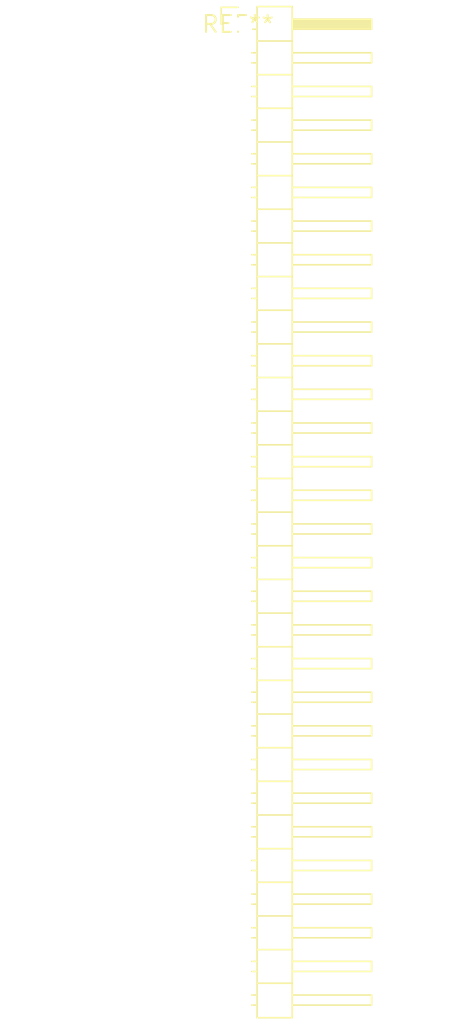
<source format=kicad_pcb>
(kicad_pcb (version 20240108) (generator pcbnew)
  (layers (0 "F.Cu" signal) (31 "B.Cu" signal) (34 "B.Paste" user) (35 "F.Paste" user) (36 "B.SilkS" user "B.Silkscreen") (37 "F.SilkS" user "F.Silkscreen") (38 "B.Mask" user) (39 "F.Mask" user) (44 "Edge.Cuts" user))
  (net 0 "")
  (footprint "PinHeader_1x30_P2.54mm_Horizontal" (layer "F.Cu") (at 0 0)
    (property "Reference" "REF**")
    (property "Value" "PinHeader_1x30_P2.54mm_Horizontal")
    (fp_line (start -1.27 -1.27) (end 0 -1.27) (layer "F.SilkS") (stroke (width 0.12)))
    (fp_line (start -1.27 0) (end -1.27 -1.27) (layer "F.SilkS") (stroke (width 0.12)))
    (fp_line (start 1.042929 2.16) (end 1.44 2.16) (layer "F.SilkS") (stroke (width 0.12)))
    (fp_line (start 1.042929 2.92) (end 1.44 2.92) (layer "F.SilkS") (stroke (width 0.12)))
    (fp_line (start 1.042929 4.7) (end 1.44 4.7) (layer "F.SilkS") (stroke (width 0.12)))
    (fp_line (start 1.042929 5.46) (end 1.44 5.46) (layer "F.SilkS") (stroke (width 0.12)))
    (fp_line (start 1.042929 7.24) (end 1.44 7.24) (layer "F.SilkS") (stroke (width 0.12)))
    (fp_line (start 1.042929 8) (end 1.44 8) (layer "F.SilkS") (stroke (width 0.12)))
    (fp_line (start 1.042929 9.78) (end 1.44 9.78) (layer "F.SilkS") (stroke (width 0.12)))
    (fp_line (start 1.042929 10.54) (end 1.44 10.54) (layer "F.SilkS") (stroke (width 0.12)))
    (fp_line (start 1.042929 12.32) (end 1.44 12.32) (layer "F.SilkS") (stroke (width 0.12)))
    (fp_line (start 1.042929 13.08) (end 1.44 13.08) (layer "F.SilkS") (stroke (width 0.12)))
    (fp_line (start 1.042929 14.86) (end 1.44 14.86) (layer "F.SilkS") (stroke (width 0.12)))
    (fp_line (start 1.042929 15.62) (end 1.44 15.62) (layer "F.SilkS") (stroke (width 0.12)))
    (fp_line (start 1.042929 17.4) (end 1.44 17.4) (layer "F.SilkS") (stroke (width 0.12)))
    (fp_line (start 1.042929 18.16) (end 1.44 18.16) (layer "F.SilkS") (stroke (width 0.12)))
    (fp_line (start 1.042929 19.94) (end 1.44 19.94) (layer "F.SilkS") (stroke (width 0.12)))
    (fp_line (start 1.042929 20.7) (end 1.44 20.7) (layer "F.SilkS") (stroke (width 0.12)))
    (fp_line (start 1.042929 22.48) (end 1.44 22.48) (layer "F.SilkS") (stroke (width 0.12)))
    (fp_line (start 1.042929 23.24) (end 1.44 23.24) (layer "F.SilkS") (stroke (width 0.12)))
    (fp_line (start 1.042929 25.02) (end 1.44 25.02) (layer "F.SilkS") (stroke (width 0.12)))
    (fp_line (start 1.042929 25.78) (end 1.44 25.78) (layer "F.SilkS") (stroke (width 0.12)))
    (fp_line (start 1.042929 27.56) (end 1.44 27.56) (layer "F.SilkS") (stroke (width 0.12)))
    (fp_line (start 1.042929 28.32) (end 1.44 28.32) (layer "F.SilkS") (stroke (width 0.12)))
    (fp_line (start 1.042929 30.1) (end 1.44 30.1) (layer "F.SilkS") (stroke (width 0.12)))
    (fp_line (start 1.042929 30.86) (end 1.44 30.86) (layer "F.SilkS") (stroke (width 0.12)))
    (fp_line (start 1.042929 32.64) (end 1.44 32.64) (layer "F.SilkS") (stroke (width 0.12)))
    (fp_line (start 1.042929 33.4) (end 1.44 33.4) (layer "F.SilkS") (stroke (width 0.12)))
    (fp_line (start 1.042929 35.18) (end 1.44 35.18) (layer "F.SilkS") (stroke (width 0.12)))
    (fp_line (start 1.042929 35.94) (end 1.44 35.94) (layer "F.SilkS") (stroke (width 0.12)))
    (fp_line (start 1.042929 37.72) (end 1.44 37.72) (layer "F.SilkS") (stroke (width 0.12)))
    (fp_line (start 1.042929 38.48) (end 1.44 38.48) (layer "F.SilkS") (stroke (width 0.12)))
    (fp_line (start 1.042929 40.26) (end 1.44 40.26) (layer "F.SilkS") (stroke (width 0.12)))
    (fp_line (start 1.042929 41.02) (end 1.44 41.02) (layer "F.SilkS") (stroke (width 0.12)))
    (fp_line (start 1.042929 42.8) (end 1.44 42.8) (layer "F.SilkS") (stroke (width 0.12)))
    (fp_line (start 1.042929 43.56) (end 1.44 43.56) (layer "F.SilkS") (stroke (width 0.12)))
    (fp_line (start 1.042929 45.34) (end 1.44 45.34) (layer "F.SilkS") (stroke (width 0.12)))
    (fp_line (start 1.042929 46.1) (end 1.44 46.1) (layer "F.SilkS") (stroke (width 0.12)))
    (fp_line (start 1.042929 47.88) (end 1.44 47.88) (layer "F.SilkS") (stroke (width 0.12)))
    (fp_line (start 1.042929 48.64) (end 1.44 48.64) (layer "F.SilkS") (stroke (width 0.12)))
    (fp_line (start 1.042929 50.42) (end 1.44 50.42) (layer "F.SilkS") (stroke (width 0.12)))
    (fp_line (start 1.042929 51.18) (end 1.44 51.18) (layer "F.SilkS") (stroke (width 0.12)))
    (fp_line (start 1.042929 52.96) (end 1.44 52.96) (layer "F.SilkS") (stroke (width 0.12)))
    (fp_line (start 1.042929 53.72) (end 1.44 53.72) (layer "F.SilkS") (stroke (width 0.12)))
    (fp_line (start 1.042929 55.5) (end 1.44 55.5) (layer "F.SilkS") (stroke (width 0.12)))
    (fp_line (start 1.042929 56.26) (end 1.44 56.26) (layer "F.SilkS") (stroke (width 0.12)))
    (fp_line (start 1.042929 58.04) (end 1.44 58.04) (layer "F.SilkS") (stroke (width 0.12)))
    (fp_line (start 1.042929 58.8) (end 1.44 58.8) (layer "F.SilkS") (stroke (width 0.12)))
    (fp_line (start 1.042929 60.58) (end 1.44 60.58) (layer "F.SilkS") (stroke (width 0.12)))
    (fp_line (start 1.042929 61.34) (end 1.44 61.34) (layer "F.SilkS") (stroke (width 0.12)))
    (fp_line (start 1.042929 63.12) (end 1.44 63.12) (layer "F.SilkS") (stroke (width 0.12)))
    (fp_line (start 1.042929 63.88) (end 1.44 63.88) (layer "F.SilkS") (stroke (width 0.12)))
    (fp_line (start 1.042929 65.66) (end 1.44 65.66) (layer "F.SilkS") (stroke (width 0.12)))
    (fp_line (start 1.042929 66.42) (end 1.44 66.42) (layer "F.SilkS") (stroke (width 0.12)))
    (fp_line (start 1.042929 68.2) (end 1.44 68.2) (layer "F.SilkS") (stroke (width 0.12)))
    (fp_line (start 1.042929 68.96) (end 1.44 68.96) (layer "F.SilkS") (stroke (width 0.12)))
    (fp_line (start 1.042929 70.74) (end 1.44 70.74) (layer "F.SilkS") (stroke (width 0.12)))
    (fp_line (start 1.042929 71.5) (end 1.44 71.5) (layer "F.SilkS") (stroke (width 0.12)))
    (fp_line (start 1.042929 73.28) (end 1.44 73.28) (layer "F.SilkS") (stroke (width 0.12)))
    (fp_line (start 1.042929 74.04) (end 1.44 74.04) (layer "F.SilkS") (stroke (width 0.12)))
    (fp_line (start 1.11 -0.38) (end 1.44 -0.38) (layer "F.SilkS") (stroke (width 0.12)))
    (fp_line (start 1.11 0.38) (end 1.44 0.38) (layer "F.SilkS") (stroke (width 0.12)))
    (fp_line (start 1.44 -1.33) (end 1.44 74.99) (layer "F.SilkS") (stroke (width 0.12)))
    (fp_line (start 1.44 1.27) (end 4.1 1.27) (layer "F.SilkS") (stroke (width 0.12)))
    (fp_line (start 1.44 3.81) (end 4.1 3.81) (layer "F.SilkS") (stroke (width 0.12)))
    (fp_line (start 1.44 6.35) (end 4.1 6.35) (layer "F.SilkS") (stroke (width 0.12)))
    (fp_line (start 1.44 8.89) (end 4.1 8.89) (layer "F.SilkS") (stroke (width 0.12)))
    (fp_line (start 1.44 11.43) (end 4.1 11.43) (layer "F.SilkS") (stroke (width 0.12)))
    (fp_line (start 1.44 13.97) (end 4.1 13.97) (layer "F.SilkS") (stroke (width 0.12)))
    (fp_line (start 1.44 16.51) (end 4.1 16.51) (layer "F.SilkS") (stroke (width 0.12)))
    (fp_line (start 1.44 19.05) (end 4.1 19.05) (layer "F.SilkS") (stroke (width 0.12)))
    (fp_line (start 1.44 21.59) (end 4.1 21.59) (layer "F.SilkS") (stroke (width 0.12)))
    (fp_line (start 1.44 24.13) (end 4.1 24.13) (layer "F.SilkS") (stroke (width 0.12)))
    (fp_line (start 1.44 26.67) (end 4.1 26.67) (layer "F.SilkS") (stroke (width 0.12)))
    (fp_line (start 1.44 29.21) (end 4.1 29.21) (layer "F.SilkS") (stroke (width 0.12)))
    (fp_line (start 1.44 31.75) (end 4.1 31.75) (layer "F.SilkS") (stroke (width 0.12)))
    (fp_line (start 1.44 34.29) (end 4.1 34.29) (layer "F.SilkS") (stroke (width 0.12)))
    (fp_line (start 1.44 36.83) (end 4.1 36.83) (layer "F.SilkS") (stroke (width 0.12)))
    (fp_line (start 1.44 39.37) (end 4.1 39.37) (layer "F.SilkS") (stroke (width 0.12)))
    (fp_line (start 1.44 41.91) (end 4.1 41.91) (layer "F.SilkS") (stroke (width 0.12)))
    (fp_line (start 1.44 44.45) (end 4.1 44.45) (layer "F.SilkS") (stroke (width 0.12)))
    (fp_line (start 1.44 46.99) (end 4.1 46.99) (layer "F.SilkS") (stroke (width 0.12)))
    (fp_line (start 1.44 49.53) (end 4.1 49.53) (layer "F.SilkS") (stroke (width 0.12)))
    (fp_line (start 1.44 52.07) (end 4.1 52.07) (layer "F.SilkS") (stroke (width 0.12)))
    (fp_line (start 1.44 54.61) (end 4.1 54.61) (layer "F.SilkS") (stroke (width 0.12)))
    (fp_line (start 1.44 57.15) (end 4.1 57.15) (layer "F.SilkS") (stroke (width 0.12)))
    (fp_line (start 1.44 59.69) (end 4.1 59.69) (layer "F.SilkS") (stroke (width 0.12)))
    (fp_line (start 1.44 62.23) (end 4.1 62.23) (layer "F.SilkS") (stroke (width 0.12)))
    (fp_line (start 1.44 64.77) (end 4.1 64.77) (layer "F.SilkS") (stroke (width 0.12)))
    (fp_line (start 1.44 67.31) (end 4.1 67.31) (layer "F.SilkS") (stroke (width 0.12)))
    (fp_line (start 1.44 69.85) (end 4.1 69.85) (layer "F.SilkS") (stroke (width 0.12)))
    (fp_line (start 1.44 72.39) (end 4.1 72.39) (layer "F.SilkS") (stroke (width 0.12)))
    (fp_line (start 1.44 74.99) (end 4.1 74.99) (layer "F.SilkS") (stroke (width 0.12)))
    (fp_line (start 4.1 -1.33) (end 1.44 -1.33) (layer "F.SilkS") (stroke (width 0.12)))
    (fp_line (start 4.1 -0.38) (end 10.1 -0.38) (layer "F.SilkS") (stroke (width 0.12)))
    (fp_line (start 4.1 -0.32) (end 10.1 -0.32) (layer "F.SilkS") (stroke (width 0.12)))
    (fp_line (start 4.1 -0.2) (end 10.1 -0.2) (layer "F.SilkS") (stroke (width 0.12)))
    (fp_line (start 4.1 -0.08) (end 10.1 -0.08) (layer "F.SilkS") (stroke (width 0.12)))
    (fp_line (start 4.1 0.04) (end 10.1 0.04) (layer "F.SilkS") (stroke (width 0.12)))
    (fp_line (start 4.1 0.16) (end 10.1 0.16) (layer "F.SilkS") (stroke (width 0.12)))
    (fp_line (start 4.1 0.28) (end 10.1 0.28) (layer "F.SilkS") (stroke (width 0.12)))
    (fp_line (start 4.1 2.16) (end 10.1 2.16) (layer "F.SilkS") (stroke (width 0.12)))
    (fp_line (start 4.1 4.7) (end 10.1 4.7) (layer "F.SilkS") (stroke (width 0.12)))
    (fp_line (start 4.1 7.24) (end 10.1 7.24) (layer "F.SilkS") (stroke (width 0.12)))
    (fp_line (start 4.1 9.78) (end 10.1 9.78) (layer "F.SilkS") (stroke (width 0.12)))
    (fp_line (start 4.1 12.32) (end 10.1 12.32) (layer "F.SilkS") (stroke (width 0.12)))
    (fp_line (start 4.1 14.86) (end 10.1 14.86) (layer "F.SilkS") (stroke (width 0.12)))
    (fp_line (start 4.1 17.4) (end 10.1 17.4) (layer "F.SilkS") (stroke (width 0.12)))
    (fp_line (start 4.1 19.94) (end 10.1 19.94) (layer "F.SilkS") (stroke (width 0.12)))
    (fp_line (start 4.1 22.48) (end 10.1 22.48) (layer "F.SilkS") (stroke (width 0.12)))
    (fp_line (start 4.1 25.02) (end 10.1 25.02) (layer "F.SilkS") (stroke (width 0.12)))
    (fp_line (start 4.1 27.56) (end 10.1 27.56) (layer "F.SilkS") (stroke (width 0.12)))
    (fp_line (start 4.1 30.1) (end 10.1 30.1) (layer "F.SilkS") (stroke (width 0.12)))
    (fp_line (start 4.1 32.64) (end 10.1 32.64) (layer "F.SilkS") (stroke (width 0.12)))
    (fp_line (start 4.1 35.18) (end 10.1 35.18) (layer "F.SilkS") (stroke (width 0.12)))
    (fp_line (start 4.1 37.72) (end 10.1 37.72) (layer "F.SilkS") (stroke (width 0.12)))
    (fp_line (start 4.1 40.26) (end 10.1 40.26) (layer "F.SilkS") (stroke (width 0.12)))
    (fp_line (start 4.1 42.8) (end 10.1 42.8) (layer "F.SilkS") (stroke (width 0.12)))
    (fp_line (start 4.1 45.34) (end 10.1 45.34) (layer "F.SilkS") (stroke (width 0.12)))
    (fp_line (start 4.1 47.88) (end 10.1 47.88) (layer "F.SilkS") (stroke (width 0.12)))
    (fp_line (start 4.1 50.42) (end 10.1 50.42) (layer "F.SilkS") (stroke (width 0.12)))
    (fp_line (start 4.1 52.96) (end 10.1 52.96) (layer "F.SilkS") (stroke (width 0.12)))
    (fp_line (start 4.1 55.5) (end 10.1 55.5) (layer "F.SilkS") (stroke (width 0.12)))
    (fp_line (start 4.1 58.04) (end 10.1 58.04) (layer "F.SilkS") (stroke (width 0.12)))
    (fp_line (start 4.1 60.58) (end 10.1 60.58) (layer "F.SilkS") (stroke (width 0.12)))
    (fp_line (start 4.1 63.12) (end 10.1 63.12) (layer "F.SilkS") (stroke (width 0.12)))
    (fp_line (start 4.1 65.66) (end 10.1 65.66) (layer "F.SilkS") (stroke (width 0.12)))
    (fp_line (start 4.1 68.2) (end 10.1 68.2) (layer "F.SilkS") (stroke (width 0.12)))
    (fp_line (start 4.1 70.74) (end 10.1 70.74) (layer "F.SilkS") (stroke (width 0.12)))
    (fp_line (start 4.1 73.28) (end 10.1 73.28) (layer "F.SilkS") (stroke (width 0.12)))
    (fp_line (start 4.1 74.99) (end 4.1 -1.33) (layer "F.SilkS") (stroke (width 0.12)))
    (fp_line (start 10.1 -0.38) (end 10.1 0.38) (layer "F.SilkS") (stroke (width 0.12)))
    (fp_line (start 10.1 0.38) (end 4.1 0.38) (layer "F.SilkS") (stroke (width 0.12)))
    (fp_line (start 10.1 2.16) (end 10.1 2.92) (layer "F.SilkS") (stroke (width 0.12)))
    (fp_line (start 10.1 2.92) (end 4.1 2.92) (layer "F.SilkS") (stroke (width 0.12)))
    (fp_line (start 10.1 4.7) (end 10.1 5.46) (layer "F.SilkS") (stroke (width 0.12)))
    (fp_line (start 10.1 5.46) (end 4.1 5.46) (layer "F.SilkS") (stroke (width 0.12)))
    (fp_line (start 10.1 7.24) (end 10.1 8) (layer "F.SilkS") (stroke (width 0.12)))
    (fp_line (start 10.1 8) (end 4.1 8) (layer "F.SilkS") (stroke (width 0.12)))
    (fp_line (start 10.1 9.78) (end 10.1 10.54) (layer "F.SilkS") (stroke (width 0.12)))
    (fp_line (start 10.1 10.54) (end 4.1 10.54) (layer "F.SilkS") (stroke (width 0.12)))
    (fp_line (start 10.1 12.32) (end 10.1 13.08) (layer "F.SilkS") (stroke (width 0.12)))
    (fp_line (start 10.1 13.08) (end 4.1 13.08) (layer "F.SilkS") (stroke (width 0.12)))
    (fp_line (start 10.1 14.86) (end 10.1 15.62) (layer "F.SilkS") (stroke (width 0.12)))
    (fp_line (start 10.1 15.62) (end 4.1 15.62) (layer "F.SilkS") (stroke (width 0.12)))
    (fp_line (start 10.1 17.4) (end 10.1 18.16) (layer "F.SilkS") (stroke (width 0.12)))
    (fp_line (start 10.1 18.16) (end 4.1 18.16) (layer "F.SilkS") (stroke (width 0.12)))
    (fp_line (start 10.1 19.94) (end 10.1 20.7) (layer "F.SilkS") (stroke (width 0.12)))
    (fp_line (start 10.1 20.7) (end 4.1 20.7) (layer "F.SilkS") (stroke (width 0.12)))
    (fp_line (start 10.1 22.48) (end 10.1 23.24) (layer "F.SilkS") (stroke (width 0.12)))
    (fp_line (start 10.1 23.24) (end 4.1 23.24) (layer "F.SilkS") (stroke (width 0.12)))
    (fp_line (start 10.1 25.02) (end 10.1 25.78) (layer "F.SilkS") (stroke (width 0.12)))
    (fp_line (start 10.1 25.78) (end 4.1 25.78) (layer "F.SilkS") (stroke (width 0.12)))
    (fp_line (start 10.1 27.56) (end 10.1 28.32) (layer "F.SilkS") (stroke (width 0.12)))
    (fp_line (start 10.1 28.32) (end 4.1 28.32) (layer "F.SilkS") (stroke (width 0.12)))
    (fp_line (start 10.1 30.1) (end 10.1 30.86) (layer "F.SilkS") (stroke (width 0.12)))
    (fp_line (start 10.1 30.86) (end 4.1 30.86) (layer "F.SilkS") (stroke (width 0.12)))
    (fp_line (start 10.1 32.64) (end 10.1 33.4) (layer "F.SilkS") (stroke (width 0.12)))
    (fp_line (start 10.1 33.4) (end 4.1 33.4) (layer "F.SilkS") (stroke (width 0.12)))
    (fp_line (start 10.1 35.18) (end 10.1 35.94) (layer "F.SilkS") (stroke (width 0.12)))
    (fp_line (start 10.1 35.94) (end 4.1 35.94) (layer "F.SilkS") (stroke (width 0.12)))
    (fp_line (start 10.1 37.72) (end 10.1 38.48) (layer "F.SilkS") (stroke (width 0.12)))
    (fp_line (start 10.1 38.48) (end 4.1 38.48) (layer "F.SilkS") (stroke (width 0.12)))
    (fp_line (start 10.1 40.26) (end 10.1 41.02) (layer "F.SilkS") (stroke (width 0.12)))
    (fp_line (start 10.1 41.02) (end 4.1 41.02) (layer "F.SilkS") (stroke (width 0.12)))
    (fp_line (start 10.1 42.8) (end 10.1 43.56) (layer "F.SilkS") (stroke (width 0.12)))
    (fp_line (start 10.1 43.56) (end 4.1 43.56) (layer "F.SilkS") (stroke (width 0.12)))
    (fp_line (start 10.1 45.34) (end 10.1 46.1) (layer "F.SilkS") (stroke (width 0.12)))
    (fp_line (start 10.1 46.1) (end 4.1 46.1) (layer "F.SilkS") (stroke (width 0.12)))
    (fp_line (start 10.1 47.88) (end 10.1 48.64) (layer "F.SilkS") (stroke (width 0.12)))
    (fp_line (start 10.1 48.64) (end 4.1 48.64) (layer "F.SilkS") (stroke (width 0.12)))
    (fp_line (start 10.1 50.42) (end 10.1 51.18) (layer "F.SilkS") (stroke (width 0.12)))
    (fp_line (start 10.1 51.18) (end 4.1 51.18) (layer "F.SilkS") (stroke (width 0.12)))
    (fp_line (start 10.1 52.96) (end 10.1 53.72) (layer "F.SilkS") (stroke (width 0.12)))
    (fp_line (start 10.1 53.72) (end 4.1 53.72) (layer "F.SilkS") (stroke (width 0.12)))
    (fp_line (start 10.1 55.5) (end 10.1 56.26) (layer "F.SilkS") (stroke (width 0.12)))
    (fp_line (start 10.1 56.26) (end 4.1 56.26) (layer "F.SilkS") (stroke (width 0.12)))
    (fp_line (start 10.1 58.04) (end 10.1 58.8) (layer "F.SilkS") (stroke (width 0.12)))
    (fp_line (start 10.1 58.8) (end 4.1 58.8) (layer "F.SilkS") (stroke (width 0.12)))
    (fp_line (start 10.1 60.58) (end 10.1 61.34) (layer "F.SilkS") (stroke (width 0.12)))
    (fp_line (start 10.1 61.34) (end 4.1 61.34) (layer "F.SilkS") (stroke (width 0.12)))
    (fp_line (start 10.1 63.12) (end 10.1 63.88) (layer "F.SilkS") (stroke (width 0.12)))
    (fp_line (start 10.1 63.88) (end 4.1 63.88) (layer "F.SilkS") (stroke (width 0.12)))
    (fp_line (start 10.1 65.66) (end 10.1 66.42) (layer "F.SilkS") (stroke (width 0.12)))
    (fp_line (start 10.1 66.42) (end 4.1 66.42) (layer "F.SilkS") (stroke (width 0.12)))
    (fp_line (start 10.1 68.2) (end 10.1 68.96) (layer "F.SilkS") (stroke (width 0.12)))
    (fp_line (start 10.1 68.96) (end 4.1 68.96) (layer "F.SilkS") (stroke (width 0.12)))
    (fp_line (start 10.1 70.74) (end 10.1 71.5) (layer "F.SilkS") (stroke (width 0.12)))
    (fp_line (start 10.1 71.5) (end 4.1 71.5) (layer "F.SilkS") (stroke (width 0.12)))
    (fp_line (start 10.1 73.28) (end 10.1 74.04) (layer "F.SilkS") (stroke (width 0.12)))
    (fp_line (start 10.1 74.04) (end 4.1 74.04) (layer "F.SilkS") (stroke (width 0.12)))
    (pad "1" thru_hole rect (at 0 0) (size 1.7 1.7) (drill 1) (layers *.Cu *.Mask) (remove_unused_layers))
    (pad "2" thru_hole oval (at 0 2.54) (size 1.7 1.7) (drill 1) (layers *.Cu *.Mask) (remove_unused_layers))
    (pad "3" thru_hole oval (at 0 5.08) (size 1.7 1.7) (drill 1) (layers *.Cu *.Mask) (remove_unused_layers))
    (pad "4" thru_hole oval (at 0 7.62) (size 1.7 1.7) (drill 1) (layers *.Cu *.Mask) (remove_unused_layers))
    (pad "5" thru_hole oval (at 0 10.16) (size 1.7 1.7) (drill 1) (layers *.Cu *.Mask) (remove_unused_layers))
    (pad "6" thru_hole oval (at 0 12.7) (size 1.7 1.7) (drill 1) (layers *.Cu *.Mask) (remove_unused_layers))
    (pad "7" thru_hole oval (at 0 15.24) (size 1.7 1.7) (drill 1) (layers *.Cu *.Mask) (remove_unused_layers))
    (pad "8" thru_hole oval (at 0 17.78) (size 1.7 1.7) (drill 1) (layers *.Cu *.Mask) (remove_unused_layers))
    (pad "9" thru_hole oval (at 0 20.32) (size 1.7 1.7) (drill 1) (layers *.Cu *.Mask) (remove_unused_layers))
    (pad "10" thru_hole oval (at 0 22.86) (size 1.7 1.7) (drill 1) (layers *.Cu *.Mask) (remove_unused_layers))
    (pad "11" thru_hole oval (at 0 25.4) (size 1.7 1.7) (drill 1) (layers *.Cu *.Mask) (remove_unused_layers))
    (pad "12" thru_hole oval (at 0 27.94) (size 1.7 1.7) (drill 1) (layers *.Cu *.Mask) (remove_unused_layers))
    (pad "13" thru_hole oval (at 0 30.48) (size 1.7 1.7) (drill 1) (layers *.Cu *.Mask) (remove_unused_layers))
    (pad "14" thru_hole oval (at 0 33.02) (size 1.7 1.7) (drill 1) (layers *.Cu *.Mask) (remove_unused_layers))
    (pad "15" thru_hole oval (at 0 35.56) (size 1.7 1.7) (drill 1) (layers *.Cu *.Mask) (remove_unused_layers))
    (pad "16" thru_hole oval (at 0 38.1) (size 1.7 1.7) (drill 1) (layers *.Cu *.Mask) (remove_unused_layers))
    (pad "17" thru_hole oval (at 0 40.64) (size 1.7 1.7) (drill 1) (layers *.Cu *.Mask) (remove_unused_layers))
    (pad "18" thru_hole oval (at 0 43.18) (size 1.7 1.7) (drill 1) (layers *.Cu *.Mask) (remove_unused_layers))
    (pad "19" thru_hole oval (at 0 45.72) (size 1.7 1.7) (drill 1) (layers *.Cu *.Mask) (remove_unused_layers))
    (pad "20" thru_hole oval (at 0 48.26) (size 1.7 1.7) (drill 1) (layers *.Cu *.Mask) (remove_unused_layers))
    (pad "21" thru_hole oval (at 0 50.8) (size 1.7 1.7) (drill 1) (layers *.Cu *.Mask) (remove_unused_layers))
    (pad "22" thru_hole oval (at 0 53.34) (size 1.7 1.7) (drill 1) (layers *.Cu *.Mask) (remove_unused_layers))
    (pad "23" thru_hole oval (at 0 55.88) (size 1.7 1.7) (drill 1) (layers *.Cu *.Mask) (remove_unused_layers))
    (pad "24" thru_hole oval (at 0 58.42) (size 1.7 1.7) (drill 1) (layers *.Cu *.Mask) (remove_unused_layers))
    (pad "25" thru_hole oval (at 0 60.96) (size 1.7 1.7) (drill 1) (layers *.Cu *.Mask) (remove_unused_layers))
    (pad "26" thru_hole oval (at 0 63.5) (size 1.7 1.7) (drill 1) (layers *.Cu *.Mask) (remove_unused_layers))
    (pad "27" thru_hole oval (at 0 66.04) (size 1.7 1.7) (drill 1) (layers *.Cu *.Mask) (remove_unused_layers))
    (pad "28" thru_hole oval (at 0 68.58) (size 1.7 1.7) (drill 1) (layers *.Cu *.Mask) (remove_unused_layers))
    (pad "29" thru_hole oval (at 0 71.12) (size 1.7 1.7) (drill 1) (layers *.Cu *.Mask) (remove_unused_layers))
    (pad "30" thru_hole oval (at 0 73.66) (size 1.7 1.7) (drill 1) (layers *.Cu *.Mask) (remove_unused_layers))
  )
)
</source>
